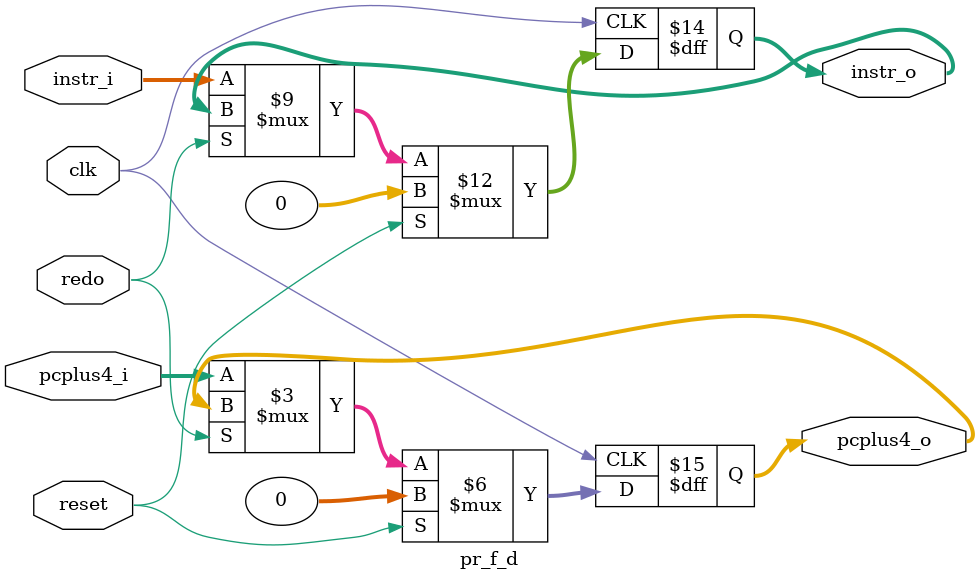
<source format=sv>
`timescale 1ns / 1ps

module pr_f_d(input logic clk, reset, redo,
  input logic [31:0] instr_i, pcplus4_i,
  output logic [31:0] instr_o, pcplus4_o);

  always_ff @ (posedge clk)
  if (reset) begin
    instr_o <= '0;
    pcplus4_o <= '0;
  end else if (redo) begin
    instr_o <= instr_o;
    pcplus4_o <= pcplus4_o;
  end
  else begin
    instr_o <= instr_i;
    pcplus4_o <= pcplus4_i;
  end
  
endmodule: pr_f_d

</source>
